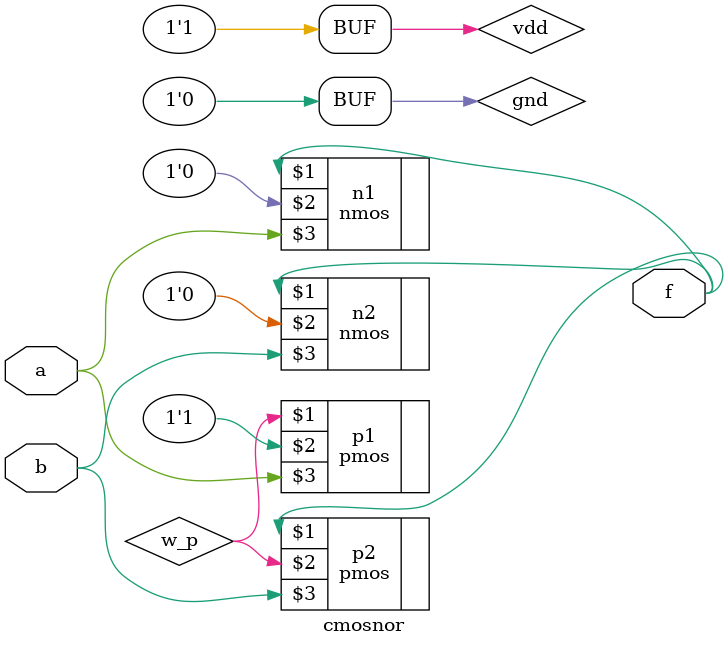
<source format=v>
/************************************************
  The Verilog HDL code example is from the book
  Computer Principles and Design in Verilog HDL
  by Yamin Li, published by A JOHN WILEY & SONS
************************************************/
module cmosnor (f, a, b);               // cmos nor
    input   a, b;                       // inputs: a, b
    output  f;                          // output: f = ~(a | b)
    supply1 vdd;                        // logic 1 (power)
    supply0 gnd;                        // logic 0 (ground)
    wire    w_p;                        // wire: connects 2 pmos transistors
    // nmos (drain, source, gate);
    nmos n1 (f,     gnd,    a);
    nmos n2 (f,     gnd,    b);
    // pmos (drain, source, gate);
    pmos p1 (w_p,   vdd,    a);
    pmos p2 (f,     w_p,    b);
endmodule

</source>
